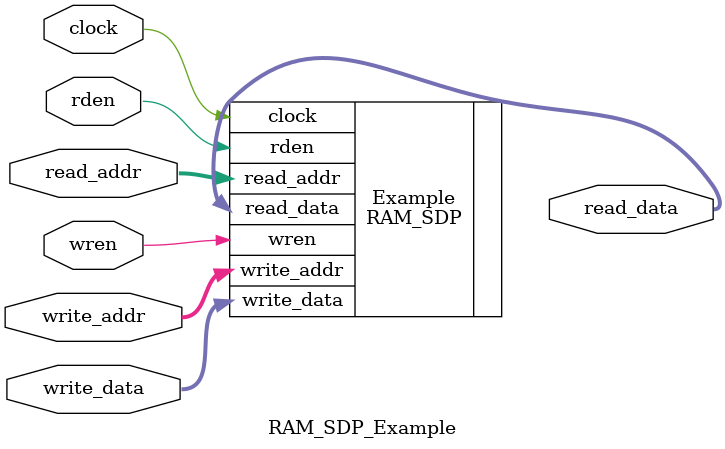
<source format=v>

`default_nettype none

module RAM_SDP_Example
#(
    parameter       WORD_WIDTH          = 36,
    parameter       ADDR_WIDTH          = 12,
    parameter       DEPTH               = 4096,
    parameter       RAMSTYLE            = "M10K",
    parameter       READ_NEW_DATA       = 0,
    parameter       USE_INIT_FILE       = 0,
    parameter       INIT_FILE           = ""
)
(
    input  wire                         clock,
    input  wire                         wren,
    input  wire     [ADDR_WIDTH-1:0]    write_addr,
    input  wire     [WORD_WIDTH-1:0]    write_data,
    input  wire                         rden,
    input  wire     [ADDR_WIDTH-1:0]    read_addr, 
    output reg      [WORD_WIDTH-1:0]    read_data
);

    RAM_SDP 
    #(
        .WORD_WIDTH    (WORD_WIDTH), 
        .ADDR_WIDTH    (ADDR_WIDTH),
        .DEPTH         (DEPTH),
        .RAMSTYLE      (RAMSTYLE),
        .READ_NEW_DATA (READ_NEW_DATA),
        .USE_INIT_FILE (USE_INIT_FILE),
        .INIT_FILE     (INIT_FILE)
    )
    Example
    (
        .clock          (clock),
        .wren           (wren),
        .write_addr     (write_addr),
        .write_data     (write_data),
        .rden           (rden),
        .read_addr      (read_addr),
        .read_data      (read_data)
    );

endmodule


</source>
